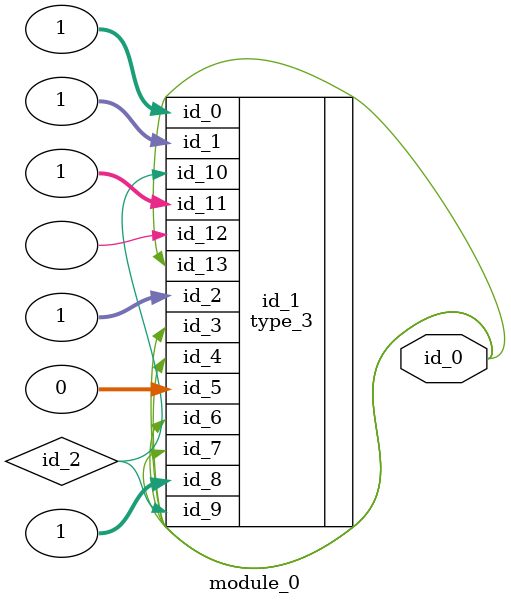
<source format=v>
module module_0 (
    output id_0
);
  type_3 id_1 (
      .id_0 (1),
      .id_1 (1),
      .id_2 (1),
      .id_3 (id_0),
      .id_4 (id_0),
      .id_5 (1 - 1),
      .id_6 (id_0),
      .id_7 (id_0),
      .id_8 (1),
      .id_9 (id_2),
      .id_10(id_2),
      .id_11(1),
      .id_12(),
      .id_13(id_0)
  );
endmodule

</source>
